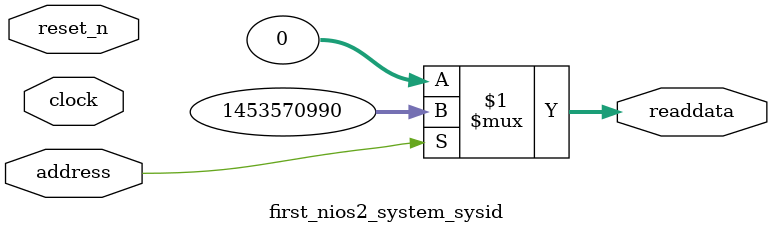
<source format=v>

`timescale 1ns / 1ps
// synthesis translate_on

// turn off superfluous verilog processor warnings 
// altera message_level Level1 
// altera message_off 10034 10035 10036 10037 10230 10240 10030 

module first_nios2_system_sysid (
               // inputs:
                address,
                clock,
                reset_n,

               // outputs:
                readdata
             )
;

  output  [ 31: 0] readdata;
  input            address;
  input            clock;
  input            reset_n;

  wire    [ 31: 0] readdata;
  //control_slave, which is an e_avalon_slave
  assign readdata = address ? 1453570990 : 0;

endmodule




</source>
